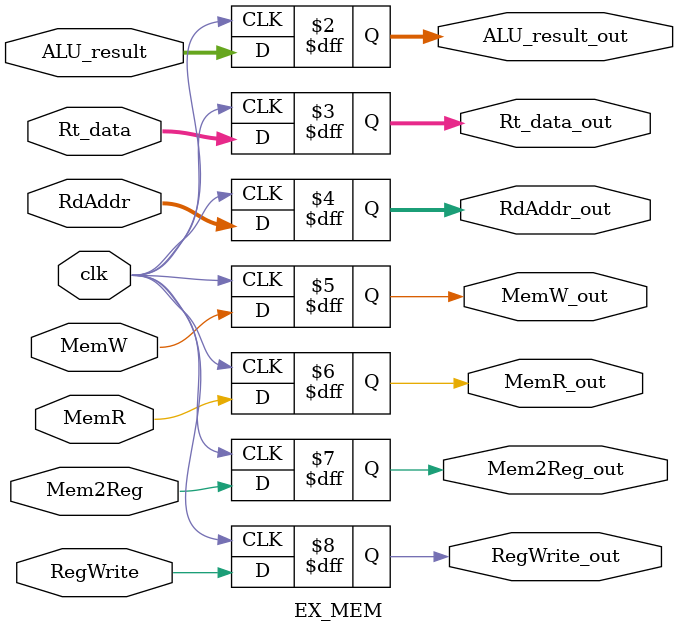
<source format=v>
module EX_MEM (
    // Outputs
    output reg [31:0] ALU_result_out,
    output reg [31:0] Rt_data_out,
    output reg [4:0] RdAddr_out,
    output reg MemW_out,
    output reg MemR_out,
    output reg Mem2Reg_out,
    output reg RegWrite_out,
    // Inputs
    input [31:0] ALU_result,
    input [31:0] Rt_data,
    input [4:0] RdAddr,
    input MemW,
    input MemR,
    input Mem2Reg,
    input RegWrite,
    input clk
);
    always @(negedge clk) begin
        ALU_result_out <= ALU_result;
        Rt_data_out <= Rt_data;
        RdAddr_out <= RdAddr;
        MemW_out <= MemW;
        MemR_out <= MemR;
        Mem2Reg_out <= Mem2Reg;
        RegWrite_out <= RegWrite;
    end

endmodule

</source>
